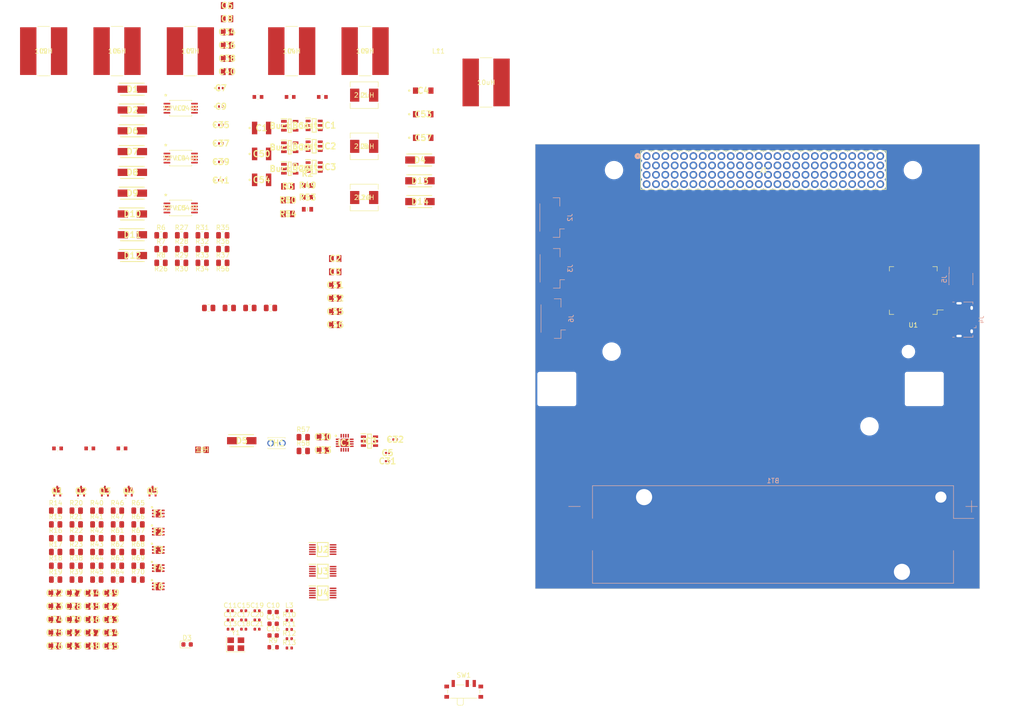
<source format=kicad_pcb>
(kicad_pcb (version 20221018) (generator pcbnew)
  (layers (0 "F.Cu" signal) (1 "In1.Cu" signal) (2 "In2.Cu" signal) (31 "B.Cu" signal) (34 "B.Paste" user) (35 "F.Paste" user) (36 "B.SilkS" user "B.Silkscreen") (37 "F.SilkS" user "F.Silkscreen") (38 "B.Mask" user) (39 "F.Mask" user) (44 "Edge.Cuts" user))
  (net 0 "")
  (net 1 "Net-(Boost_IC1-SW)")
  (net 2 "Earth")
  (net 3 "Net-(Boost_IC1-FB)")
  (net 4 "Net-(Boost_IC1-~{SHDN})")
  (net 5 "5V_OBC")
  (net 6 "+Vpp")
  (net 7 "Net-(Boost_IC2-SW)")
  (net 8 "Net-(Boost_IC2-FB)")
  (net 9 "Net-(Boost_IC2-~{SHDN})")
  (net 10 "5V_PAYLOAD")
  (net 11 "Net-(Boost_IC3-SW)")
  (net 12 "Net-(Boost_IC3-FB)")
  (net 13 "Net-(Boost_IC3-~{SHDN})")
  (net 14 "5V_COMM")
  (net 15 "BAT_I-")
  (net 16 "BUCK_EN_STM32")
  (net 17 "3.3V_STM32")
  (net 18 "Net-(Buck_IC1-SW)")
  (net 19 "BUCK_EN_ADCS")
  (net 20 "3.3V_ADCS")
  (net 21 "Net-(Buck_IC2-SW)")
  (net 22 "BUCK_EN_COMM")
  (net 23 "3.3V_COMM")
  (net 24 "Net-(Buck_IC3-SW)")
  (net 25 "MPPT_I-")
  (net 26 "Net-(D10-K)")
  (net 27 "Net-(IC2-MPP-SET)")
  (net 28 "MPPT_I+")
  (net 29 "Net-(IC2-VCTRL)")
  (net 30 "+3V3")
  (net 31 "GND")
  (net 32 "Net-(U1-VCAP_1)")
  (net 33 "Net-(U1-VCAP_2)")
  (net 34 "HSE_IN")
  (net 35 "+3.3VA")
  (net 36 "Net-(C21-Pad1)")
  (net 37 "3.3Vout_COMM")
  (net 38 "Net-(F1-EN{slash}UVLO)")
  (net 39 "5Vout_OBC")
  (net 40 "Net-(F2-EN{slash}UVLO)")
  (net 41 "Net-(IC1-PMID)")
  (net 42 "REGN")
  (net 43 "Net-(IC1-BTST)")
  (net 44 "Net-(IC1-SW_1)")
  (net 45 "BAT_I+")
  (net 46 "Net-(D11-K)")
  (net 47 "Net-(IC4-MPP-SET)")
  (net 48 "Net-(IC4-VCTRL)")
  (net 49 "Net-(D12-K)")
  (net 50 "Net-(IC5-MPP-SET)")
  (net 51 "Net-(IC5-VCTRL)")
  (net 52 "3.3Vout_ADCS")
  (net 53 "Net-(F3-EN{slash}UVLO)")
  (net 54 "5Vout_PAYLOAD")
  (net 55 "Net-(F4-EN{slash}UVLO)")
  (net 56 "5Vout_COMM")
  (net 57 "Net-(F6-EN{slash}UVLO)")
  (net 58 "Net-(D1-A)")
  (net 59 "Net-(D3-K)")
  (net 60 "LED_STATUS")
  (net 61 "Net-(D5-K)")
  (net 62 "Net-(D6-A)")
  (net 63 "Net-(D8-A)")
  (net 64 "Net-(D10-A)")
  (net 65 "Net-(D11-A)")
  (net 66 "Net-(D12-A)")
  (net 67 "Net-(F1-OVLO)")
  (net 68 "Net-(F1-ILIM)")
  (net 69 "Net-(F2-OVLO)")
  (net 70 "Net-(F2-ILIM)")
  (net 71 "Net-(F3-OVLO)")
  (net 72 "Net-(F3-ILIM)")
  (net 73 "Net-(F4-OVLO)")
  (net 74 "Net-(F4-ILIM)")
  (net 75 "Net-(F6-OVLO)")
  (net 76 "Net-(F6-ILIM)")
  (net 77 "STAT")
  (net 78 "Net-(IC1-ICHG)")
  (net 80 "BATTCH_EN")
  (net 81 "Net-(IC1-TS)")
  (net 177 "USB_D-")
  (net 178 "USB_D+")
  (net 180 "SWDIO")
  (net 181 "SWCLK")
  (net 182 "SWO")
  (net 185 "NRST")
  (net 186 "Net-(Q1-B)")
  (net 187 "Net-(Q2-B)")
  (net 188 "Net-(Q3-B)")
  (net 189 "Net-(Q4-B)")
  (net 190 "Net-(Q5-B)")
  (net 191 "BOOST_SHDN_OBC")
  (net 192 "Net-(SW1-B)")
  (net 193 "BOOT0")
  (net 194 "HSE_OUT")
  (net 195 "I2C1_SCL")
  (net 196 "I2C1_SDA")
  (net 197 "SOL_X_ADC")
  (net 198 "SOL_Y_ADC")
  (net 199 "SOL_Z_ADC")
  (net 200 "BOOST_SHDN_PAYLOAD")
  (net 201 "BOOST_SHDN_COMM")
  (net 202 "3.3V_COMM_EN")
  (net 203 "3.3V_ADCS_EN")
  (net 204 "5V_OBC_EN")
  (net 205 "5V_PAYLOAD_EN")
  (net 206 "5V_COMM_EN")
  (net 211 "USART2_TX")
  (net 212 "USART2_RX")
  (net 213 "ADC_IN4")
  (net 214 "ADC_IN6")
  (net 215 "ADC_IN7")
  (net 217 "I2C2_SCL")
  (net 218 "I2C2_SDA")
  (net 219 "SD_CARD_SPI2_NSS")
  (net 220 "SD_CARD_SPI2_SCK")
  (net 221 "SD_CARD_SPI2_MISO")
  (net 222 "SD_CARD_SPI2_MOSI")
  (net 223 "I2C3_SCL")
  (net 224 "I2C3_SDA")
  (net 227 "5V__COMM_EN")
  (net 233 "Vpp_I+")
  (net 234 "+3.3V")
  (net 235 "5V")
  (footprint "Resistor_SMD:R_0805_2012Metric" (layer "F.Cu") (at 117.2803 86.985001)
    (fp_text reference "R30")
    (fp_text value "390k")
  )
  (footprint "1MEGA RST:RESC1608X55N" (layer "F.Cu") (at 134.0256 63.3078)
    (fp_text reference "R49")
    (fp_text value "1M" hide)
  )
  (footprint "Capacitor_SMD:C_0402_1005Metric" (layer "F.Cu") (at 117.4903 151.805001)
    (fp_text reference "C11")
    (fp_text value "100n")
  )
  (footprint "Schottky DD with stock:DIOM5126X265N" (layer "F.Cu") (at 119.9503 115.395001)
    (fp_text reference "D5")
    (fp_text value "STPS2150A" hide)
  )
  (footprint "Resistor_SMD:R_0805_2012Metric" (layer "F.Cu") (at 97.7503 133.325001)
    (fp_text reference "R66")
    (fp_text value "50m")
  )
  (footprint "1uH indc:IHHP0805ZHER1R0M01" (layer "F.Cu") (at 111.4502 117.339501)
    (fp_text reference "L5")
    (fp_text value "1uH")
  )
  (footprint "2.2uF:CAPC0603X33N" (layer "F.Cu") (at 151.1503 119.775001)
    (fp_text reference "C31")
    (fp_text value "2.2uF" hide)
  )
  (footprint "Resistor_SMD:R_0805_2012Metric" (layer "F.Cu") (at 107.0756 71.4278)
    (fp_text reference "R27")
    (fp_text value "390k")
  )
  (footprint "10uF MLCC:CAPC2012X94N" (layer "F.Cu") (at 87.8803 156.505001)
    (fp_text reference "C47")
    (fp_text value "100pF" hide)
  )
  (footprint "MPPT:SPV1040T" (layer "F.Cu") (at 106.88435 65.5748)
    (fp_text reference "IC5")
    (fp_text value "SPV1040T")
  )
  (footprint "rst 30.9k:RC0603FR-0730K9L" (layer "F.Cu") (at 123.4207 41.8102)
    (fp_text reference "R4" hide)
    (fp_text value "30.9k" hide)
  )
  (footprint "10uF MLCC:CAPC2012X94N" (layer "F.Cu") (at 79.9003 156.505001)
    (fp_text reference "C25")
    (fp_text value "1uF" hide)
  )
  (footprint "47nF:C1005_Commercial" (layer "F.Cu") (at 115.4756 59.6578)
    (fp_text reference "C41")
    (fp_text value "1nF" hide)
  )
  (footprint "Resistor_SMD:R_0805_2012Metric" (layer "F.Cu") (at 111.4856 71.4278)
    (fp_text reference "R31")
    (fp_text value "130k")
  )
  (footprint "Resistor_SMD:R_0402_1005Metric" (layer "F.Cu") (at 130.1303 155.795001)
    (fp_text reference "R11")
    (fp_text value "47")
  )
  (footprint "Resistor_SMD:R_0805_2012Metric" (layer "F.Cu") (at 84.5203 130.375001)
    (fp_text reference "R20")
    (fp_text value "2M")
  )
  (footprint "cap 4.7uf:C1210" (layer "F.Cu") (at 124.2006 48.4578)
    (fp_text reference "C1")
    (fp_text value "4.7uF" hide)
  )
  (footprint "Capacitor_SMD:C_0402_1005Metric" (layer "F.Cu") (at 123.2303 151.805001)
    (fp_text reference "C19")
    (fp_text value "1u")
  )
  (footprint "Resistor_SMD:R_0805_2012Metric" (layer "F.Cu") (at 80.1103 130.375001)
    (fp_text reference "R14")
    (fp_text value "100k")
  )
  (footprint "Schottky DD with stock:DIOM5126X265N" (layer "F.Cu") (at 158.0956 64.2078)
    (fp_text reference "D14")
    (fp_text value "STPS2150A" hide)
  )
  (footprint "Resistor_SMD:R_0402_1005Metric" (layer "F.Cu") (at 130.1303 159.775001)
    (fp_text reference "R13")
    (fp_text value "2k2")
  )
  (footprint "Capacitor_SMD:C_0603_1608Metric" (layer "F.Cu") (at 126.6703 152.075001)
    (fp_text reference "C10")
    (fp_text value "4u7")
  )
  (footprint "Resistor_SMD:R_0805_2012Metric" (layer "F.Cu") (at 97.7503 145.125001)
    (fp_text reference "R70")
    (fp_text value "50m")
  )
  (footprint "rst 30.9k:RC0603FR-0730K9L" (layer "F.Cu") (at 137.2031 41.8102)
    (fp_text reference "R55" hide)
    (fp_text value "30.9k" hide)
  )
  (footprint "Schottky DD with stock:DIOM5126X265N" (layer "F.Cu") (at 96.5356 75.7578)
    (fp_text reference "D12")
    (fp_text value "D_Schottky" hide)
  )
  (footprint "Resistor_SMD:R_0805_2012Metric" (layer "F.Cu") (at 88.9303 139.225001)
    (fp_text reference "R43")
    (fp_text value "50.5k")
  )
  (footprint "indc 10uH crct:SRN1060-100M" (layer "F.Cu") (at 93.252 32)
    (fp_text reference "L6")
    (fp_text value "10uH")
  )
  (footprint "10uF MLCC:CAPC2012X94N" (layer "F.Cu") (at 79.9003 148.015001)
    (fp_text reference "C22")
    (fp_text value "10uF" hide)
  )
  (footprint "10uF MLCC:CAPC2012X94N" (layer "F.Cu") (at 139.96 82.07)
    (fp_text reference "C51")
    (fp_text value "10uF" hide)
  )
  (footprint "PROTECC:SON65P200X200X80-7N" (layer "F.Cu") (at 102.0803 138.775001)
    (fp_text reference "F3")
    (fp_text value "TPS25961DRVR" hide)
  )
  (footprint "Resistor_SMD:R_0805_2012Metric" (layer "F.Cu") (at 126.1003 86.985001)
    (fp_text reference "R56")
    (fp_text value "50m")
  )
  (footprint "Package_QFP:LQFP-64_10x10mm_P0.5mm" (layer "F.Cu") (at 263.7 83.25 180)
    (fp_text reference "U1")
    (fp_text value "STM32F405RGT6")
  )
  (footprint "bjt:PBSS4310PASQX" (layer "F.Cu") (at 90.6553 126.200001)
    (fp_text reference "Q3")
    (fp_text value "NPN" hide)
  )
  (footprint "Button_Switch_SMD:SW_SPDT_PCM12" (layer "F.Cu") (at 167.475 168.795)
    (fp_text reference "SW1")
    (fp_text value "SW_SPDT")
  )
  (footprint "PROTECC:SON65P200X200X80-7N" (layer "F.Cu") (at 102.0803 134.875001)
    (fp_text reference "F2")
    (fp_text value "TPS25961DRVR" hide)
  )
  (footprint "10uF MLCC:CAPC2012X94N" (layer "F.Cu") (at 91.8703 150.845001)
    (fp_text reference "C62")
    (fp_text value "10uF" hide)
  )
  (footprint "cap 4.7uf:C1210" (layer "F.Cu") (at 124.2006 59.5578)
    (fp_text reference "C54")
    (fp_text value "4.7uF" hide)
  )
  (footprint "10uF MLCC:CAPC2012X94N" (layer "F.Cu") (at 116.8056 33.5678)
    (fp_text reference "C38")
    (fp_text value "10uF" hide)
  )
  (footprint "Resistor_SMD:R_0805_2012Metric" (layer "F.Cu") (at 80.1103 145.125001)
    (fp_text reference "R19")
    (fp_text value "50.5k")
  )
  (footprint "47nF:C1005_Commercial" (layer "F.Cu") (at 115.4756 47.8078)
    (fp_text reference "C35")
    (fp_text value "1nF" hide)
  )
  (footprint "10uF MLCC:CAPC2012X94N" (layer "F.Cu") (at 137.3203 114.585001)
    (fp_text reference "C30")
    (fp_text value "10uF" hide)
  )
  (footprint "Resistor_SMD:R_0805_2012Metric" (layer "F.Cu") (at 133.1203 117.595001)
    (fp_text reference "R58")
    (fp_text value "50m")
  )
  (footprint "10uF MLCC:CAPC2012X94N" (layer "F.Cu") (at 91.8703 153.675001)
    (fp_text reference "C63")
    (fp_text value "100pF" hide)
  )
  (footprint "Resistor_SMD:R_0805_2012Metric" (layer "F.Cu") (at 93.3403 133.325001)
    (fp_text reference "R47")
    (fp_text value "2M")
  )
  (footprint "47nF:C1005_Commercial" (layer "F.Cu") (at 115.4756 55.7078)
    (fp_text reference "C39")
    (fp_text value "1nF" hide)
  )
  (footprint "Resistor_SMD:R_0805_2012Metric" (layer "F.Cu") (at 84.5203 145.125001)
    (fp_text reference "R39")
    (fp_text value "2M")
  )
  (footprint "Resistor_SMD:R_0805_2012Metric" (layer "F.Cu") (at 88.9303 136.275001)
    (fp_text reference "R42")
    (fp_text value "2M")
  )
  (footprint "Resistor_SMD:R_0805_2012Metric" (layer "F.Cu") (at 107.0756 74.3778)
    (fp_text reference "R28")
    (fp_text value "130k")
  )
  (footprint "Capacitor_SMD:C_0402_1005Metric" (layer "F.Cu") (at 117.4903 153.775001)
    (fp_text reference "C12")
    (fp_text value "100n")
  )
  (footprint "cap 22uF low esr and esl:C3216_Commercial" (layer "F.Cu") (at 158.7956 50.5578)
    (fp_text reference "C57")
    (fp_text value "22uF" hide)
  )
  (footprint "Schottky DD with stock:DIOM5126X265N" (layer "F.Cu") (at 96.5356 53.5078)
    (fp_text reference "D7")
    (fp_text value "SMM4F5.0A-TR" hide)
  )
  (footprint "Resistor_SMD:R_0805_2012Metric" (layer "F.Cu") (at 97.7503 136.275001)
    (fp_text reference "R67")
    (fp_text value "50m")
  )
  (footprint "10uF MLCC:CAPC2012X94N" (layer "F.Cu") (at 116.8056 30.7378)
    (fp_text reference "C36")
    (fp_text value "22uF" hide)
  )
  (footprint "Resistor_SMD:R_0402_1005Metric" (layer "F.Cu") (at 130.1303 153.805001)
    (fp_text reference "R10")
    (fp_text value "10k")
  )
  (footprint "Schottky DD with stock:DIOM5126X265N" (layer "F.Cu") (at 96.5356 62.4078)
    (fp_text reference "D9")
    (fp_text value "SMM4F5.0A-TR" hide)
  )
  (footprint "Resistor_SMD:R_0805_2012Metric" (layer "F.Cu") (at 102.6656 77.3278)
    (fp_text reference "R8")
    (fp_text value "130k")
  )
  (footprint "rst 30.9k:RC0603FR-0730K9L" (layer "F.Cu") (at 80.5254 117.047401)
    (fp_text reference "R5" hide)
    (fp_text value "30.9k" hide)
  )
  (footprint "Resistor_SMD:R_0805_2012Metric" (layer "F.Cu") (at 93.3403 145.125001)
    (fp_text reference "R64")
    (fp_text value "787k")
  )
  (footprint "Schottky DD with stock:DIOM5126X265N" (layer "F.Cu") (at 96.5356 49.0578)
    (fp_text reference "D6")
    (fp_text value "STPS2150A" hide)
  )
  (footprint "Resistor_SMD:R_0805_2012Metric" (layer "F.Cu") (at 107.0756 77.3278)
    (fp_text reference "R29")
    (fp_text value "1k")
  )
  (footprint "10uF MLCC:CAPC2012X94N" (layer "F.Cu") (at 116.8056 25.0778)
    (fp_text reference "C8")
    (fp_text value "22uF" hide)
  )
  (footprint "Capacitor_SMD:C_0402_1005Metric" (layer "F.Cu") (at 120.3603 153.775001)
    (fp_text reference "C17")
    (fp_text value "100n")
  )
  (footprint "bjt:PBSS4310PASQX" (layer "F.Cu") (at 100.8553 126.200001)
    (fp_text reference "Q5")
    (fp_text value "NPN" hide)
  )
  (footprint "Resistor_SMD:R_0805_2012Metric" (layer "F.Cu") (at 97.7503 139.225001)
    (fp_text reference "R68")
    (fp_text value "50m")
  )
  (footprint "BUck TPS62203DBVT:SOT95P280X145-5N" (layer "F.Cu") (at 130.2256 52.5828)
    (fp_text reference "Buck_IC2")
    (fp_text value "TPS62203DBVT" hide)
  )
  (footprint "indc 2.2uH:IHLP2020CZER2R2M8A" (layer "F.Cu") (at 146.1608 41.4296)
    (fp_text reference "L1")
    (fp_text value "2.2uH")
  )
  (footprint "Resistor_SMD:R_0805_2012Metric" (layer "F.Cu") (at 84.5203 139.225001)
    (fp_text reference "R23")
    (fp_text value "2M")
  )
  (footprint "Resistor_SMD:R_0805_2012Metric" (layer "F.Cu") (at 97.7503 142.175001)
    (fp_text reference "R69")
    (fp_text value "50m")
  )
  (footprint "10uF MLCC:CAPC2012X94N" (layer "F.Cu") (at 83.8903 150.845001)
    (fp_text reference "C28")
    (fp_text value "100nF" hide)
  )
  (footprint "indc 10uH crct:SRN1060-100M" (layer "F.Cu") (at 130.647 32)
    (fp_text reference "L4")
    (fp_text value "10uH")
  )
  (footprint "10uF MLCC:CAPC2012X94N" (layer "F.Cu") (at 87.8803 159.335001)
    (fp_text reference "C48")
    (fp_text value "100nF" hide)
  )
  (footprint "10uF MLCC:CAPC2012X94N" (layer "F.Cu") (at 83.8903 148.015001)
    (fp_text reference "C27")
    (fp_text value "100pF" hide)
  )
  (footprint "Resistor_SMD:R_0603_1608Metric" (layer "F.Cu") (at 126.6703 159.605001)
    (fp_text reference "R9")
    (fp_text value "1k5")
  )
  (footprint "Capacitor_SMD:C_0603_1608Metric" (layer "F.Cu") (at 126.6703 157.095001)
    (fp_text reference "C16")
    (fp_text value "2u2")
  )
  (footprint "47nF:C1005_Commercial" (layer "F.Cu") (at 152.7903 115.145001)
    (fp_text reference "C32")
    (fp_text value "47nF" hide)
  )
  (footprint "10uF MLCC:CAPC2012X94N" (layer "F.Cu") (at 83.8903 153.675001)
    (fp_text reference "C29")
    (fp_text value "1uF" hide)
  )
  (footprint "10uF MLCC:CAPC2012X94N" (layer "F.Cu") (at 116.8056 22.2478)
    (fp_text reference "C6")
    (fp_text value "10uF" hide)
  )
  (footprint "Resistor_SMD:R_0805_2012Metric" (layer "F.Cu") (at 80.1103 136.275001)
    (fp_text reference "R16")
    (fp_text value "953k")
  )
  (footprint "10uF MLCC:CAPC2012X94N" (layer "F.Cu") (at 79.9003 150.845001)
    (fp_text reference "C23")
    (fp_text value "100pF" hide)
  )
  (footprint "Resistor_SMD:R_0805_2012Metric" (layer "F.Cu") (at 93.3403 130.375001)
    (fp_text reference "R46")
    (fp_text value "787k")
  )
  (footprint "Capacitor_SMD:C_0402_1005Metric" (layer "F.Cu") (at 120.3603 155.745001)
    (fp_text reference "C18")
    (fp_text value "12p")
  )
  (footprint "Schottky DD with stock:DIOM5126X265N" (layer "F.Cu") (at 96.5356 44.6078)
    (fp_text reference "D2")
    (fp_text value "SMM4F5.0A-TR" hide)
  )
  (footprint "Resistor_SMD:R_0805_2012Metric" (layer "F.Cu") (at 111.4856 77.3278)
    (fp_text reference "R33")
    (fp_text value "100k")
  )
  (footprint "Resistor_SMD:R_0805_2012Metric" (layer "F.Cu") (at 84.5203 136.275001)
    (fp_text reference "R22")
    (fp_text value "787k")
  )
  (footprint "indc 10uH crct:SRN1060-100M" (layer "F.Cu") (at 172.2617 38.707201)
    (fp_text reference "L11")
    (fp_text value "10uH")
  )
  (footprint "Thermmy:103AT2" (layer "F.Cu") (at 127.3953 115.920001)
    (fp_text reference "TH1")
    (fp_text value "Thermistor" hide)
  )
  (footprint "Schottky DD with stock:DIOM5126X265N" (layer "F.Cu") (at 96.5356 40.1578)
    (fp_text reference "D1")
    (fp_text value "STPS2150A" hide)
  )
  (footprint "bjt:PBSS4310PASQX" (layer "F.Cu") (at 85.5553 126.200001)
    (fp_text reference "Q2")
    (fp_text value "NPN" hide)
  )
  (footprint "Boost LTC3426:SOT95P280X90-6N" (layer "F.Cu") (at 135.4506 47.9078)
    (fp_text reference "Boost_IC1")
    (fp_text value "LTC3426" hide)
  )
  (footprint "rst 30.9k:RC0603FR-0730K9L" (layer "F.Cu") (at 130.3119 41.8102)
    (fp_text reference "R51" hide)
    (fp_text value "30.9k" hide)
  )
  (footprint "bjt:PBSS4310PASQX" (layer "F.Cu") (at 80.4553 126.200001)
    (fp_text reference "Q1")
    (fp_text value "NPN" hide)
  )
  (footprint "Schottky DD with stock:DIOM5126X265N" (layer "F.Cu") (at 96.5356 57.9578)
    (fp_text reference "D8")
    (fp_text value "STPS2150A" hide)
  )
  (footprint "10uF MLCC:CAPC2012X94N" (layer "F.Cu") (at 79.9003 159.335001)
    (fp_text reference "C26")
    (fp_text value "10uF" hide)
  )
  (footprint "Boost LTC3426:SOT95P280X90-6N" (layer "F.Cu") (at 135.4506 52.3578)
    (fp_text reference "Boost_IC2")
    (fp_text value "LTC3426" hide)
  )
  (footprint "MPPT:SPV1040T" (layer "F.Cu") (at 106.88435 54.899)
    (fp_text reference "IC4")
    (fp_text value "SPV1040T")
  )
  (footprint "Inductor_SMD:L_0402_1005Metric" (layer "F.Cu") (at 130.1303 151.815001)
    (fp_text reference "L3")
    (fp_text value "39n")
  )
  (footprint "10uF MLCC:CAPC2012X94N" (layer "F.Cu") (at 87.8803 150.845001)
    (fp_text reference "C45")
    (fp_text value "1uF" hide)
  )
  (footprint "47nF:C1005_Commercial" (layer "F.Cu") (at 115.4756 51.7578)
    (fp_text reference "C37")
    (fp_text value "1nF" hide)
  )
  (footprint "rst 30.9k:RC0603FR-0730K9L" (layer "F.Cu") (at 87.4166 117.047401)
    (fp_text reference "R24" hide)
    (fp_text value "4.52k" hide)
  )
  (footprint "Resistor_SMD:R_0805_2012Metric" (layer "F.Cu") (at 102.6656 74.3778)
    (fp_text reference "R7")
    (fp_text value "390k")
  )
  (footprint "Boost LTC3426:SOT95P280X90-6N" (layer "F.Cu") (at 135.4506 56.8078)
    (fp_text reference "Boost_IC3")
    (fp_text value "LTC3426" hide)
  )
  (footprint "Resistor_SMD:R_0805_2012Metric" (layer "F.Cu") (at 121.6903 86.985001)
    (fp_text reference "R34")
    (fp_text value "100k")
  )
  (footprint "cap 22uF low esr and esl:C3216_Commercial" (layer "F.Cu") (at 158.7956 45.5078)
    (fp_text reference "C53")
    (fp_text value "22uF" hide)
  )
  (footprint "Resistor_SMD:R_0805_2012Metric" (layer "F.Cu") (at 88.9303 133.325001)
    (fp_text reference "R41")
    (fp_text value "1.54M")
  )
  (footprint "47nF:C1005_Commercial" (layer "F.Cu") (at 115.4756 43.8578)
    (fp_text reference "C9")
    (fp_text value "1nF" hide)
  )
  (footprint "Resistor_SMD:R_0805_2012Metric" (layer "F.Cu") (at 133.1203 114.645001)
    (fp_text reference "R57")
    (fp_text value "50m")
  )
  (footprint "MON & PROTECC:SOP50P490X110-10N" (layer "F.Cu") (at 137.2853 143.348001)
    (fp_text reference "U3")
    (fp_text value "LTC2990" hide)
  )
  (footprint "BUck TPS62203DBVT:SOT95P280X145-5N" (layer "F.Cu") (at 130.2256 57.1828)
    (fp_text reference "Buck_IC3")
    (fp_text value "TPS62203DBVT" hide)
  )
  (footprint "indc 2.2uH:IHLP2020CZER2R2M8A" (layer "F.Cu") (at 146.1608 63.3408)
    (fp_text reference "L10")
    (fp_text value "2.2uH")
  )
  (footprint "Resistor_SMD:R_0805_2012Metric" (layer "F.Cu") (at 80.1103 133.325001)
    (fp_text reference "R15")
    (fp_text value "2M")
  )
  (footprint "10uF MLCC:CAPC2012X94N" (layer "F.Cu") (at 139.96 76.41)
    (fp_text reference "C2")
    (fp_text value "10uF" hide)
  )
  (footprint "Resistor_SMD:R_0805_2012Metric" (layer "F.Cu") (at 111.4856 74.3778)
    (fp_text reference "R32")
    (fp_text value "100k")
  )
  (footprint "Resistor_SMD:R_0805_2012Metric" (layer "F.Cu") (at 93.3403 139.225001)
    (fp_text reference "R62")
    (fp_text value "2M")
  )
  (footprint "rst 95.3k:RESC2012X60N" (layer "F.Cu") (at 129.8256 63.9078)
    (fp_text reference "R50")
    (fp_text value "95.3k" hide)
  )
  (footprint "PROTECC:SON65P200X200X80-7N" (layer "F.Cu") (at 102.0803 130.975001)
    (fp_text reference "F1")
    (fp_text value "TPS25961DRVR" hide)
  )
  (footprint "Resistor_SMD:R_0805_2012Metric" (layer "F.Cu") (at 115.8956 71.4278)
    (fp_text reference "R35")
    (fp_text value "100k")
  )
  (footprint "cap 4.7uf:C1210" (layer "F.Cu") (at 124.2006 54.0078)
    (fp_text reference "C50")
    (fp_text value "4.7uF" hide)
  )
  (footprint "47nF:C1005_Commercial" (layer "F.Cu") (at 115.4756 39.9078)
    (fp_text reference "C7")
    (fp_text value "1nF" hide)
  )
  (footprint "Schottky DD with stock:DIOM5126X265N" (layer "F.Cu") (at 96.5356 71.3078)
    (fp_text reference "D11")
    (fp_text value "D_Schottky" hide)
  )
  (footprint "10uF MLCC:CAPC2012X94N" (layer "F.Cu") (at 137.3203 117.415001)
    (fp_text reference "C33")
    (fp_text value "10uF" hide)
  )
  (footprint "CONN PC104:CONN_PTHF-126-02-GF-Q-368_SAI" (layer "F.Cu") (at 206.625001 54.475001)
    (fp_text reference "J1")
    (fp_text value "PTHF-126-02-GF-Q-368")
  )
  (footprint "10uF MLCC:CAPC2012X94N" (layer "F.Cu") (at 79.9003 153.675001)
    (fp_text reference "C24")
    (fp_text value "100nF" hide)
  )
  (footprint "Resistor_SMD:R_0805_2012Metric" (layer "F.Cu") (at 80.1103 142.175001)
    (fp_text reference "R18")
    (fp_text value "2M")
  )
  (footprint "Schottky DD with stock:DIOM5126X265N" (layer "F.Cu") (at 96.5356 66.8578)
    (fp_text reference "D10")
    (fp_text value "D_Schottky" hide)
  )
  (footprint "PROTECC:SON65P200X200X80-7N" (layer "F.Cu") (at 102.0803 142.675001)
    (fp_text reference "F4")
    (fp_text value "TPS25961DRVR" hide)
  )
  (footprint "10uF MLCC:CAPC2012X94N" (layer "F.Cu") (at 116.8056 27.9078)
    (fp_text reference "C34")
    (fp_text value "10uF" hide)
  )
  (footprint "10uF MLCC:CAPC2012X94N" (layer "F.Cu") (at 139.96 84.9)
    (fp_text reference "C52")
    (fp_text value "10uF" hide)
  )
  (footprint "MPPT:SPV1040T" (layer "F.Cu") (at 106.88435 44.2232)
    (fp_text reference "IC2")
    (fp_text value "SPV1040T")
  )
  (footprint "10uF MLCC:CAPC2012X94N" (layer "F.Cu") (at 83.8903 159.335001)
    (fp_text reference "C43")
    (fp_text value "100pF" hide)
  )
  (footprint "10uF MLCC:CAPC2012X94N" (layer "F.Cu") (at 91.8703 156.505001)
    (fp_text reference "C64")
    (fp_text value "100nF" hide)
  )
  (footprint "10uF MLCC:CAPC2012X94N" (layer "F.Cu") (at 87.8803 153.675001)
    (fp_text reference "C46")
    (fp_text value "10uF" hide)
  )
  (footprint "Crystal:Crystal_SMD_3225-4Pin_3.2x2.5mm" (layer "F.Cu") (at 118.6803 158.955001)
    (fp_text reference "Y1")
    (fp_text value "16MHz")
  )
  (footprint "Resistor_SMD:R_0805_2012Metric" (layer "F.Cu") (at 88.9303 142.175001)
    (fp_text reference "R44")
    (fp_text value "2M")
  )
  (footprint "10uF MLCC:CAPC2012X94N" (layer "F.Cu") (at 83.8903 156.505001)
    (fp_text reference "C42")
    (fp_text value "10uF" hide)
  )
  (footprint "Resistor_SMD:R_0805_2012Metric" (layer "F.Cu") (at 93.3403 136.275001)
    (fp_text reference "R61")
    (fp_text value "50.5k")
  )
  (footprint "indc 2.2uH:IHLP2020CZER2R2M8A" (layer "F.Cu") (at 146.1608 52.3852)
    (fp_text reference "L8")
    (fp_text value "2.2uH")
  )
  (footprint "PROTECC:SON65P200X200X80-7N" (layer "F.Cu") (at 102.0803 146.575001)
    (fp_text reference "F6")
    (fp_text value "TPS25961DRVR" hide)
  )
  (footprint "Resistor_SMD:R_0805_2012Metric" (layer "F.Cu") (at 112.8703 86.985001)
    (fp_text reference "R26")
    (fp_text value "1k")
  )
  (footprint "10uF MLCC:CAPC2012X94N" (layer "F.Cu") (at 116.8056 36.3978)
    (fp_text reference "C40")
    (fp_text value "22uF" hide)
  )
  (footprint "rst 30.9k:RC0603FR-0730K9L" (layer "F.Cu") (at 94.3078 117.047401)
    (fp_text reference "R25" hide)
    (fp_text value "23.6k" hide)
  )
  (footprint "10uF MLCC:CAPC2012X94N" (layer "F.Cu") (at 91.8703 159.335001)
    (fp_text reference "C65")
    (fp_text value "1uF" hide)
  )
  (footprint "rst 95.3k:RESC2012X60N" (layer "F.Cu") (at 129.8256 60.9578)
    (fp_text reference "R3")
    (fp_text value "95.3k" hide)
  )
  (footprint "Resistor_SMD:R_0402_1005Metric" (layer "F.Cu") (at 130.1303 157.785001)
    (fp_text reference "R12")
    (fp_text value "2k2")
  )
  (footprint "10uF MLCC:CAPC2012X94N" (layer "F.Cu") (at 139.96 87.73)
    (fp_text reference "C55")
    (fp_text value "10uF" hide)
  )
  (footprint "MON & PROTECC:SOP50P490X110-10N" (layer "F.Cu") (at 137.2853 148.000001)
    (fp_text reference "U4")
    (fp_text value "LTC2990" hide)
  )
  (footprint "LED_SMD:LED_0603_1608Metric" (layer "F.Cu") (at 108.2503 159.015001)
    (fp_text reference "D3")
    (fp_text value "BLUE")
  )
  (footprint "PFET:SOT95P284X110-6N" (layer "F.Cu") (at 147.2903 115.495001)
    (fp_text reference "IC3")
    (fp_text value "SI3483DDV-T1-BE3" hide)
  )
  (footprint "rst 95.3k:RESC2012X60N" (layer "F.Cu") (at 129.8256 66.8578)
    (fp_text reference "R54")
    (fp_text value "95.3k" hide)
  )
  (footprint "1MEGA RST:RESC1608X55N" (layer "F.Cu") (at 134.0256 65.8578)
    (fp_text reference "R53")
    (fp_text value "1M" hide)
  )
  (footprint "Resistor_SMD:R_0805_2012Metric" (layer "F.Cu") (at 93.3403 142.175001)
    (fp_text reference "R63")
    (fp_text value "549k")
  )
  (footprint "indc 10uH crct:SRN1060-100M" (layer "F.Cu") (at 146.352 32)
    (fp_text reference "L9")
    (fp_text value "10uH")
  )
  (footprint "Resistor_SMD:R_0805_2012Metric" (layer "F.Cu") (at 84.5203 133.325001)
    (fp_text reference "R21")
    (fp_text value "549k")
  )
  (footprint "Resistor_SMD:R_0805_2012Metric" (layer "F.Cu") (at 115.8956 74.3778)
    (fp_text reference "R36")
    (fp_text value "100k")
  )
  (footprint "Resistor_SMD:R_0805_2012Metric" (layer "F.Cu") (at 84.5203 142.175001)
    (fp_text reference "R38")
    (fp_text value "100k")
  )
  (footprint "indc 10uH crct:SRN1060-100M" (layer "F.Cu") (at 77.547 32)
    (fp_text reference "L2")
    (fp_text value "10uH")
  )
  (footprint "MON & PROTECC:SOP50P490X110-10N" (layer "F.Cu") (at 137.2853 138.696001)
    (fp_text reference "U2")
    (fp_text value "LTC2990" hide)
  )
  (footprint "2.2uF:CAPC0603X33N" (layer "F.Cu") (at 151.1503 118.005001)
    (fp_text reference "C5")
    (fp_text value "2.2uF" hide)
  )
  (footprint "Resistor_SMD:R_0805_2012Metric" (layer "F.Cu") (at 88.9303 145.125001)
    (fp_text reference "R45")
    (fp_text value "549k")
  )
  (footprint "Capacitor_SMD:C_0603_1608Metric" (layer "F.Cu") (at 126.6703 154.585001)
    (fp_text reference "C14")
    (fp_text value "2u2")
  )
  (footprint "10uF MLCC:CAPC2012X94N" (layer "F.Cu") (at 139.96 90.56)
    (fp_text reference "C56")
    (fp_text value "10uF" hide)
  )
  (footprint "10uF MLCC:CAPC2012X94N" (layer "F.Cu") (at 91.8703 148.015001)
    (fp_text reference "C49")
    (fp_text value "1uF" hide)
  )
  (footprint "10uF MLCC:CAPC2012X94N" (layer "F.Cu") (at 139.96 79.24)
    (fp_text reference "C3")
    (fp_text value "10uF" hide)
  )
  (footprint "Capacitor_SMD:C_0402_1005Metric" (layer "F.Cu") (at 117.4903 155.745001)
    (fp_text reference "C13")
    (fp_text value "100n")
  )
  (footprint "Resistor_SMD:R_0805_2012Metric" (layer "F.Cu") (at 80.1103 139.225001)
    (fp_text reference "R17")
    (fp_text value "1.54M")
  )
  (footprint "Schottky DD with stock:DIOM5126X265N" (layer "F.Cu") (at 158.0956 55.3078)
    (fp_text reference "D4")
    (fp_text value "STPS2150A" hide)
  )
  (footprint "Resistor_SMD:R_0805_2012Metric" (layer "F.Cu") (at 88.9303 130.375001)
    (fp_text reference "R40")
    (fp_text value "953k")
  )
  (footprint "10uF MLCC:CAPC2012X94N" (layer "F.Cu") (at 87.8803 148.015001)
    (fp_text reference "C44")
    (fp_text value "100nF" hide)
  )
  (footprint "1MEGA RST:RESC1608X55N" (layer "F.Cu") (at 134.0256 60.7578)
    (fp_text reference "R2")
    (fp_text value "1M" hide)
  )
  (footprint "Capacitor_SMD:C_0402_1005Metric" (layer "F.Cu") (at 120.3603 151.805001)
    (fp_text reference "C15")
    (fp_text value "100n")
  )
  (footprint "Schottky DD with stock:DIOM5126X265N" (layer "F.Cu") (at 158.0956 59.7578)
    (fp_text reference "D13")
    (fp_text value "STPS2150A" hide)
  )
  (footprint "BUck TPS62203DBVT:SOT95P280X145-5N" (layer "F.Cu") (at 130.2256 47.9828)
    (fp_text reference "Buck_IC1")
    (fp_text value "TPS62203DBVT" hide)
  )
  (footprint "indc 10uH crct:SRN1060-100M" (layer "F.Cu") (at 108.957 32)
    (fp_text reference "L7")
    (fp_text value "10uH")
  )
  (footprint "Capacitor_SMD:C_0402_1005Metric" (layer "F.Cu") (at 123.2303 153.775001)
    (fp_text reference "C20")
    (fp_text value "10n")
  )
  (footprint "Resistor_SMD:R_0805_2012Metric" (layer "F.Cu") (at 115.8956 77.3278)
    (fp_text reference "R37")
    (fp_text value "100k")
  )
  (footprint "cap 22uF low esr and esl:C3216_Commercial" (layer "F.Cu") (at 158.7956 40.4578)
    (fp_text reference "C4")
    (fp_text value "22uF" hide)
  )
  (footprint "bjt:PBSS4310PASQX" (layer "F.Cu") (at 95.7553 126.200001)
    (fp_text reference "Q4")
    (fp_text value "NPN" hide)
  )
  (footprint "Capacitor_SMD:C_0402_1005Metric" (layer "F.Cu") (at 123.2303 155.745001)
    (fp_text reference "C21")
    (fp_text value "12p")
  )
  (footprint "Resistor_SMD:R_0805_2012Metric" (layer "F.Cu") (at 97.7503 130.375001)
    (fp_text reference "R65")
    (fp_text value "2M")
  )
  (footprint "Charger bq 25302:QFN50P300X300X80-17N-D" (layer "F.Cu") (at 141.9903 115.845001)
    (fp_text reference "IC1")
    (fp_text value "BQ25302RTER" hide)
  )
  (footprint "Resistor_SMD:R_0805_2012Metric" (layer "F.Cu") (at 102.6656 71.4278)
    (fp_text reference "R6")
    (fp_text value "1k")
  )
  (footprint "Connector_JST:JST_GH_SM04B-GHS-TB_1x04-1MP_P1.25mm_Horizontal" (layer "B.Cu") (at 186.575 89.25 90)
    (fp_text reference "J6")
    (fp_text value "Sol_Z+_Z-")
  )
  (footprint "Connector_JST:JST_GH_SM04B-GHS-TB_1x04-1MP_P1.25mm_Horizontal" (layer "B.Cu") (at 186.325 67.625 90)
    (fp_text reference "J2")
    (fp_text value "Sol_X+_X-")
  )
  (footprint "Connector_JST:JST_GH_SM04B-GHS-TB_1x04-1MP_P1.25mm_Horizontal" (layer "B.Cu") (at 186.375 78.5 90)
    (fp_text reference "J3")
    (fp_text value "Sol_Y+_Y-")
  )
  (footprint "Connector_PinHeader_1.00mm:PinHeader_2x05_P1.00mm_Vertical_SMD" (layer "B.Cu") (at 273.9 80.8 -90)
    (fp_text reference "J5")
    (fp_text value "SWD")
  )
  (footprint "usbb:USB_Micro-B_Amphenol_10118194_Horizontal" (layer "B.Cu") (at 274.8 89.475 90)
    (fp_text reference "J4")
    (fp_text value "USB_B_Micro")
  )
  (footprint "Battery:BatteryHolder_Keystone_1042_1x18650" (layer "B.Cu") (at 233.675 135.475 180)
    (fp_text reference "BT1")
    (fp_text value "Battery_Cell")
  )
  (gr_rect (start 182.7875 51.925) (end 277.9125 147.075) (stroke (width 0.1)) (fill none) (layer "Edge.Cuts"))
  (zone (net 31) (net_name "GND") (layer "B.Cu") (priority 2) (connect_pads (clearance 0.5)) (min_thickness 0.25) (fill yes (thermal_gap 0.5) (thermal_bridge_width 0.5))
    (polygon (pts (xy 175.425 46.475) (xy 174.95 111.35) (xy 175.2 153.55) (xy 287.425 154.975) (xy 286.025 49.1) (xy 175.2 47.1)))
  )
)
</source>
